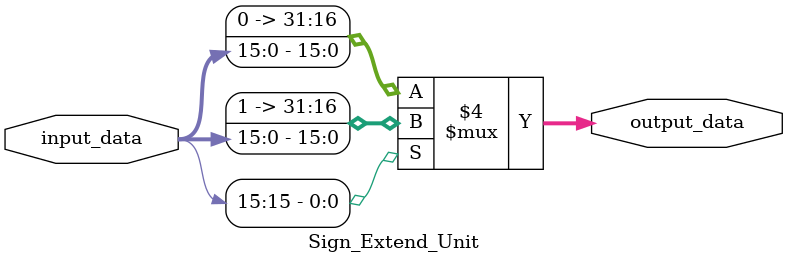
<source format=v>


module Sign_Extend_Unit (
  output_data,
  input_data); //module define

//input output section
  output reg [31:0] output_data;
  input [15:0] input_data;
  
  always @ *
    begin
      if (input_data [15] == 0) //if sign is 0
        begin
          output_data <= {16'b 0, input_data};
        end
      else //if sign is 1
        begin
          output_data <= {16'b 1111_1111_1111_1111, input_data};
        end
    end
endmodule

</source>
